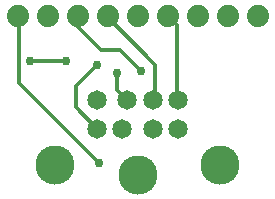
<source format=gbr>
G04 EAGLE Gerber RS-274X export*
G75*
%MOMM*%
%FSLAX34Y34*%
%LPD*%
%INTop Copper*%
%IPPOS*%
%AMOC8*
5,1,8,0,0,1.08239X$1,22.5*%
G01*
%ADD10C,1.879600*%
%ADD11C,1.650000*%
%ADD12C,3.316000*%
%ADD13C,0.304800*%
%ADD14C,0.762000*%


D10*
X20320Y175260D03*
X45720Y175260D03*
X71120Y175260D03*
X96520Y175260D03*
X121920Y175260D03*
X147320Y175260D03*
X172720Y175260D03*
X198120Y175260D03*
X223520Y175260D03*
D11*
X87870Y103850D03*
X155970Y79350D03*
X87870Y79350D03*
D12*
X121920Y40650D03*
X51920Y48650D03*
X191920Y48650D03*
D11*
X155970Y103850D03*
X134920Y79350D03*
X109020Y79350D03*
X134920Y103850D03*
X112920Y103850D03*
D13*
X21336Y175260D02*
X20320Y175260D01*
X21336Y118364D02*
X88900Y50800D01*
X21336Y118364D02*
X21336Y175260D01*
D14*
X88900Y50800D03*
D13*
X124968Y128016D02*
X107188Y145796D01*
X90932Y145796D01*
X71120Y165608D01*
X71120Y175260D01*
D14*
X124968Y128016D03*
D13*
X136652Y133604D02*
X136652Y105582D01*
X134920Y103850D01*
X136652Y133604D02*
X96520Y173736D01*
X96520Y175260D01*
X87870Y79350D02*
X87782Y79350D01*
X69596Y97536D01*
X69596Y115316D01*
X87376Y133096D01*
D14*
X87376Y133096D03*
D13*
X155448Y105156D02*
X155448Y167640D01*
X147828Y175260D01*
X155448Y105156D02*
X155970Y103850D01*
X147828Y175260D02*
X147320Y175260D01*
D14*
X104140Y127000D03*
D13*
X104140Y112630D01*
X112920Y103850D01*
D14*
X30480Y137160D03*
D13*
X60960Y137160D01*
D14*
X60960Y137160D03*
M02*

</source>
